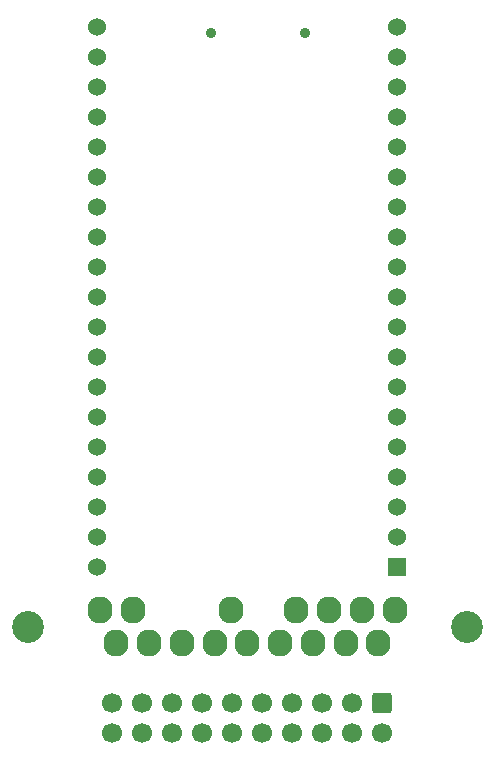
<source format=gbr>
%TF.GenerationSoftware,KiCad,Pcbnew,7.0.10*%
%TF.CreationDate,2024-02-08T23:41:11-06:00*%
%TF.ProjectId,FujiApple-DevKit-Combo,46756a69-4170-4706-9c65-2d4465764b69,1.0*%
%TF.SameCoordinates,Original*%
%TF.FileFunction,Soldermask,Bot*%
%TF.FilePolarity,Negative*%
%FSLAX46Y46*%
G04 Gerber Fmt 4.6, Leading zero omitted, Abs format (unit mm)*
G04 Created by KiCad (PCBNEW 7.0.10) date 2024-02-08 23:41:11*
%MOMM*%
%LPD*%
G01*
G04 APERTURE LIST*
G04 Aperture macros list*
%AMRoundRect*
0 Rectangle with rounded corners*
0 $1 Rounding radius*
0 $2 $3 $4 $5 $6 $7 $8 $9 X,Y pos of 4 corners*
0 Add a 4 corners polygon primitive as box body*
4,1,4,$2,$3,$4,$5,$6,$7,$8,$9,$2,$3,0*
0 Add four circle primitives for the rounded corners*
1,1,$1+$1,$2,$3*
1,1,$1+$1,$4,$5*
1,1,$1+$1,$6,$7*
1,1,$1+$1,$8,$9*
0 Add four rect primitives between the rounded corners*
20,1,$1+$1,$2,$3,$4,$5,0*
20,1,$1+$1,$4,$5,$6,$7,0*
20,1,$1+$1,$6,$7,$8,$9,0*
20,1,$1+$1,$8,$9,$2,$3,0*%
G04 Aperture macros list end*
%ADD10RoundRect,0.250000X-0.600000X0.600000X-0.600000X-0.600000X0.600000X-0.600000X0.600000X0.600000X0*%
%ADD11C,1.700000*%
%ADD12R,1.530000X1.530000*%
%ADD13C,1.530000*%
%ADD14C,0.900000*%
%ADD15C,2.700000*%
%ADD16O,2.100000X2.300000*%
G04 APERTURE END LIST*
D10*
%TO.C,J2*%
X166203000Y-134721600D03*
D11*
X166203000Y-137261600D03*
X163663000Y-134721600D03*
X163663000Y-137261600D03*
X161123000Y-134721600D03*
X161123000Y-137261600D03*
X158583000Y-134721600D03*
X158583000Y-137261600D03*
X156043000Y-134721600D03*
X156043000Y-137261600D03*
X153503000Y-134721600D03*
X153503000Y-137261600D03*
X150963000Y-134721600D03*
X150963000Y-137261600D03*
X148423000Y-134721600D03*
X148423000Y-137261600D03*
X145883000Y-134721600D03*
X145883000Y-137261600D03*
X143343000Y-134721600D03*
X143343000Y-137261600D03*
%TD*%
D12*
%TO.C,U4*%
X167462200Y-123180000D03*
D13*
X167462200Y-120640000D03*
X167462200Y-118100000D03*
X167462200Y-115560000D03*
X167462200Y-113020000D03*
X167462200Y-110480000D03*
X167462200Y-107940000D03*
X167462200Y-105400000D03*
X167462200Y-102860000D03*
X167462200Y-100320000D03*
X167462200Y-97780000D03*
X167462200Y-95240000D03*
X167462200Y-92700000D03*
X167462200Y-90160000D03*
X167462200Y-87620000D03*
X167462200Y-85080000D03*
X167462200Y-82540000D03*
X167462200Y-80000000D03*
X167462200Y-77460000D03*
X142062200Y-77460000D03*
X142062200Y-80000000D03*
X142062200Y-82540000D03*
X142062200Y-85080000D03*
X142062200Y-87620000D03*
X142062200Y-90160000D03*
X142062200Y-92700000D03*
X142062200Y-95240000D03*
X142062200Y-97780000D03*
X142062200Y-100320000D03*
X142062200Y-102860000D03*
X142062200Y-105400000D03*
X142062200Y-107940000D03*
X142062200Y-110480000D03*
X142062200Y-113020000D03*
X142062200Y-115560000D03*
X142062200Y-118100000D03*
X142062200Y-120640000D03*
X142062200Y-123180000D03*
%TD*%
D14*
%TO.C,P1*%
X159686800Y-78000000D03*
X151686800Y-78000000D03*
%TD*%
D15*
%TO.C,J1*%
X173368000Y-128270000D03*
X136178000Y-128270000D03*
D16*
X167238000Y-126850000D03*
X164468000Y-126850000D03*
X161698000Y-126850000D03*
X158928000Y-126850000D03*
X153388000Y-126850000D03*
X145078000Y-126850000D03*
X142308000Y-126850000D03*
X165853000Y-129690000D03*
X163083000Y-129690000D03*
X160313000Y-129690000D03*
X157543000Y-129690000D03*
X154773000Y-129690000D03*
X152003000Y-129690000D03*
X149233000Y-129690000D03*
X146463000Y-129690000D03*
X143693000Y-129690000D03*
%TD*%
M02*

</source>
